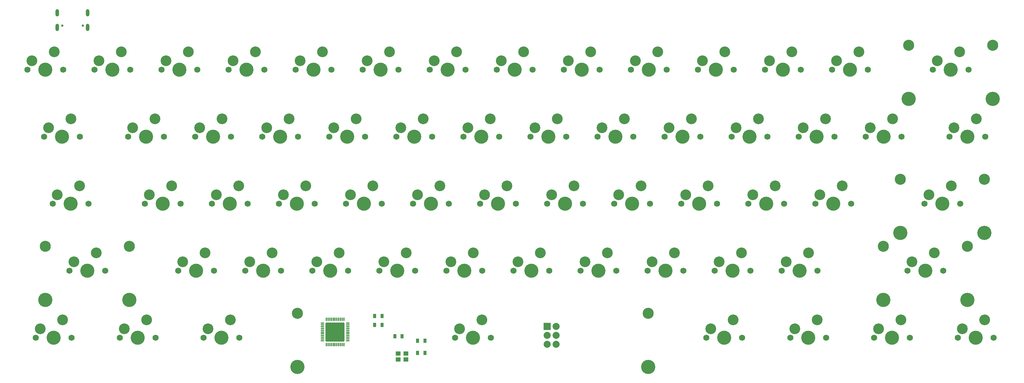
<source format=gbr>
%TF.GenerationSoftware,KiCad,Pcbnew,(6.0.8)*%
%TF.CreationDate,2023-01-01T11:03:00+00:00*%
%TF.ProjectId,USBKB,5553424b-422e-46b6-9963-61645f706362,rev?*%
%TF.SameCoordinates,Original*%
%TF.FileFunction,Soldermask,Bot*%
%TF.FilePolarity,Negative*%
%FSLAX46Y46*%
G04 Gerber Fmt 4.6, Leading zero omitted, Abs format (unit mm)*
G04 Created by KiCad (PCBNEW (6.0.8)) date 2023-01-01 11:03:00*
%MOMM*%
%LPD*%
G01*
G04 APERTURE LIST*
G04 Aperture macros list*
%AMRoundRect*
0 Rectangle with rounded corners*
0 $1 Rounding radius*
0 $2 $3 $4 $5 $6 $7 $8 $9 X,Y pos of 4 corners*
0 Add a 4 corners polygon primitive as box body*
4,1,4,$2,$3,$4,$5,$6,$7,$8,$9,$2,$3,0*
0 Add four circle primitives for the rounded corners*
1,1,$1+$1,$2,$3*
1,1,$1+$1,$4,$5*
1,1,$1+$1,$6,$7*
1,1,$1+$1,$8,$9*
0 Add four rect primitives between the rounded corners*
20,1,$1+$1,$2,$3,$4,$5,0*
20,1,$1+$1,$4,$5,$6,$7,0*
20,1,$1+$1,$6,$7,$8,$9,0*
20,1,$1+$1,$8,$9,$2,$3,0*%
G04 Aperture macros list end*
%ADD10C,3.050000*%
%ADD11C,4.000000*%
%ADD12C,1.750000*%
%ADD13C,3.150000*%
%ADD14C,4.038600*%
%ADD15O,1.000000X2.100000*%
%ADD16C,0.650000*%
%ADD17R,2.000000X2.000000*%
%ADD18C,2.000000*%
%ADD19R,0.900000X1.300000*%
%ADD20O,1.150000X0.300000*%
%ADD21O,0.300000X1.150000*%
%ADD22RoundRect,0.200000X2.500000X2.500000X-2.500000X2.500000X-2.500000X-2.500000X2.500000X-2.500000X0*%
%ADD23R,1.400000X1.200000*%
G04 APERTURE END LIST*
D10*
%TO.C,KSEVEN1*%
X169066180Y-33870000D03*
D11*
X166526180Y-38950000D03*
D10*
X162716180Y-36410000D03*
D12*
X161446180Y-38950000D03*
X171606180Y-38950000D03*
%TD*%
D10*
%TO.C,KBSPACE1*%
X286541005Y-36410000D03*
D13*
X302289005Y-31965000D03*
D12*
X285271005Y-38950000D03*
D11*
X290351005Y-38950000D03*
D14*
X278413005Y-47205000D03*
D12*
X295431005Y-38950000D03*
D10*
X292891005Y-33870000D03*
D14*
X302289005Y-47205000D03*
D13*
X278413005Y-31965000D03*
%TD*%
D12*
%TO.C,KE1*%
X104930003Y-58000000D03*
D10*
X96040003Y-55460000D03*
D12*
X94770003Y-58000000D03*
D10*
X102390003Y-52920000D03*
D11*
X99850003Y-58000000D03*
%TD*%
D12*
%TO.C,KBSLASH1*%
X290032005Y-58000000D03*
D10*
X291302005Y-55460000D03*
X297652005Y-52920000D03*
D12*
X300192005Y-58000000D03*
D11*
X295112005Y-58000000D03*
%TD*%
D10*
%TO.C,KA1*%
X69053005Y-71970000D03*
X62703005Y-74510000D03*
D12*
X61433005Y-77050000D03*
D11*
X66513005Y-77050000D03*
D12*
X71593005Y-77050000D03*
%TD*%
%TO.C,KSPACE1*%
X149539005Y-115150000D03*
D10*
X150809005Y-112610000D03*
D12*
X159699005Y-115150000D03*
D14*
X204466505Y-123405000D03*
D11*
X154619005Y-115150000D03*
D13*
X204466505Y-108165000D03*
D14*
X104771505Y-123405000D03*
D10*
X157159005Y-110070000D03*
D13*
X104771505Y-108165000D03*
%TD*%
D10*
%TO.C,KC1*%
X110328005Y-93560000D03*
D11*
X114138005Y-96100000D03*
D12*
X119218005Y-96100000D03*
X109058005Y-96100000D03*
D10*
X116678005Y-91020000D03*
%TD*%
D12*
%TO.C,KS1*%
X80483005Y-77050000D03*
D11*
X85563005Y-77050000D03*
D10*
X88103005Y-71970000D03*
X81753005Y-74510000D03*
D12*
X90643005Y-77050000D03*
%TD*%
D11*
%TO.C,KF1*%
X123663005Y-77050000D03*
D12*
X118583005Y-77050000D03*
X128743005Y-77050000D03*
D10*
X119853005Y-74510000D03*
X126203005Y-71970000D03*
%TD*%
D12*
%TO.C,KY1*%
X151920000Y-58000000D03*
D11*
X157000000Y-58000000D03*
D10*
X153190000Y-55460000D03*
D12*
X162080000Y-58000000D03*
D10*
X159540000Y-52920000D03*
%TD*%
D11*
%TO.C,KCAPS1*%
X40319005Y-77050000D03*
D10*
X36509005Y-74510000D03*
X42859005Y-71970000D03*
D12*
X45399005Y-77050000D03*
X35239005Y-77050000D03*
%TD*%
D11*
%TO.C,KL1*%
X218913005Y-77050000D03*
D10*
X221453005Y-71970000D03*
X215103005Y-74510000D03*
D12*
X213833005Y-77050000D03*
X223993005Y-77050000D03*
%TD*%
D10*
%TO.C,KB1*%
X154778005Y-91020000D03*
D11*
X152238005Y-96100000D03*
D12*
X157318005Y-96100000D03*
D10*
X148428005Y-93560000D03*
D12*
X147158005Y-96100000D03*
%TD*%
D10*
%TO.C,KEIGHT1*%
X181766205Y-36410000D03*
D12*
X180496205Y-38950000D03*
D11*
X185576205Y-38950000D03*
D10*
X188116205Y-33870000D03*
D12*
X190656205Y-38950000D03*
%TD*%
D10*
%TO.C,KRALT1*%
X222246005Y-112610000D03*
D12*
X220976005Y-115150000D03*
D10*
X228596005Y-110070000D03*
D12*
X231136005Y-115150000D03*
D11*
X226056005Y-115150000D03*
%TD*%
%TO.C,KU1*%
X176049999Y-58000000D03*
D12*
X181129999Y-58000000D03*
D10*
X178589999Y-52920000D03*
D12*
X170969999Y-58000000D03*
D10*
X172239999Y-55460000D03*
%TD*%
D15*
%TO.C,U1*%
X45220002Y-26945000D03*
X36580002Y-26945000D03*
X36580002Y-22765000D03*
X45220002Y-22765000D03*
D16*
X43790002Y-26445000D03*
X38010002Y-26445000D03*
%TD*%
D12*
%TO.C,KJ1*%
X175733005Y-77050000D03*
D10*
X177003005Y-74510000D03*
X183353005Y-71970000D03*
D12*
X185893005Y-77050000D03*
D11*
X180813005Y-77050000D03*
%TD*%
D12*
%TO.C,KSC1*%
X243043005Y-77050000D03*
D11*
X237963005Y-77050000D03*
D10*
X240503005Y-71970000D03*
X234153005Y-74510000D03*
D12*
X232883005Y-77050000D03*
%TD*%
D11*
%TO.C,KRB1*%
X271299994Y-58000000D03*
D12*
X276379994Y-58000000D03*
X266219994Y-58000000D03*
D10*
X267489994Y-55460000D03*
X273839994Y-52920000D03*
%TD*%
%TO.C,KZERO1*%
X226216255Y-33870000D03*
X219866255Y-36410000D03*
D12*
X218596255Y-38950000D03*
D11*
X223676255Y-38950000D03*
D12*
X228756255Y-38950000D03*
%TD*%
D11*
%TO.C,KDASH1*%
X242726280Y-38950000D03*
D10*
X245266280Y-33870000D03*
D12*
X247806280Y-38950000D03*
X237646280Y-38950000D03*
D10*
X238916280Y-36410000D03*
%TD*%
D12*
%TO.C,KLALT1*%
X88262505Y-115150000D03*
D11*
X83182505Y-115150000D03*
D12*
X78102505Y-115150000D03*
D10*
X85722505Y-110070000D03*
X79372505Y-112610000D03*
%TD*%
D12*
%TO.C,KRCTRL1*%
X268601337Y-115150000D03*
D11*
X273681337Y-115150000D03*
D10*
X276221337Y-110070000D03*
D12*
X278761337Y-115150000D03*
D10*
X269871337Y-112610000D03*
%TD*%
%TO.C,KZ1*%
X72228005Y-93560000D03*
D11*
X76038005Y-96100000D03*
D10*
X78578005Y-91020000D03*
D12*
X70958005Y-96100000D03*
X81118005Y-96100000D03*
%TD*%
D10*
%TO.C,KW1*%
X83340004Y-52920000D03*
D12*
X85880004Y-58000000D03*
D11*
X80800004Y-58000000D03*
D12*
X75720004Y-58000000D03*
D10*
X76990004Y-55460000D03*
%TD*%
%TO.C,KLCTRL1*%
X38097005Y-110070000D03*
D12*
X30477005Y-115150000D03*
D10*
X31747005Y-112610000D03*
D12*
X40637005Y-115150000D03*
D11*
X35557005Y-115150000D03*
%TD*%
D13*
%TO.C,KLS1*%
X33144005Y-89115000D03*
D11*
X45082005Y-96100000D03*
D12*
X40002005Y-96100000D03*
D10*
X41272005Y-93560000D03*
D14*
X33144005Y-104355000D03*
X57020005Y-104355000D03*
D12*
X50162005Y-96100000D03*
D10*
X47622005Y-91020000D03*
D13*
X57020005Y-89115000D03*
%TD*%
D12*
%TO.C,KFIVE1*%
X123346130Y-38950000D03*
D10*
X130966130Y-33870000D03*
D11*
X128426130Y-38950000D03*
D10*
X124616130Y-36410000D03*
D12*
X133506130Y-38950000D03*
%TD*%
D10*
%TO.C,KRMETA1*%
X246058671Y-112610000D03*
D12*
X254948671Y-115150000D03*
D10*
X252408671Y-110070000D03*
D11*
X249868671Y-115150000D03*
D12*
X244788671Y-115150000D03*
%TD*%
D10*
%TO.C,KFOUR1*%
X105566105Y-36410000D03*
D12*
X104296105Y-38950000D03*
D11*
X109376105Y-38950000D03*
D12*
X114456105Y-38950000D03*
D10*
X111916105Y-33870000D03*
%TD*%
D12*
%TO.C,KQ1*%
X66830005Y-58000000D03*
D10*
X64290005Y-52920000D03*
D11*
X61750005Y-58000000D03*
D12*
X56670005Y-58000000D03*
D10*
X57940005Y-55460000D03*
%TD*%
D12*
%TO.C,KI1*%
X200179998Y-58000000D03*
D11*
X195099998Y-58000000D03*
D12*
X190019998Y-58000000D03*
D10*
X191289998Y-55460000D03*
X197639998Y-52920000D03*
%TD*%
D11*
%TO.C,KK1*%
X199863005Y-77050000D03*
D10*
X202403005Y-71970000D03*
D12*
X194783005Y-77050000D03*
X204943005Y-77050000D03*
D10*
X196053005Y-74510000D03*
%TD*%
D12*
%TO.C,KLMETA1*%
X64449755Y-115150000D03*
D10*
X61909755Y-110070000D03*
D11*
X59369755Y-115150000D03*
D12*
X54289755Y-115150000D03*
D10*
X55559755Y-112610000D03*
%TD*%
%TO.C,KTWO1*%
X67466055Y-36410000D03*
D12*
X66196055Y-38950000D03*
X76356055Y-38950000D03*
D10*
X73816055Y-33870000D03*
D11*
X71276055Y-38950000D03*
%TD*%
D10*
%TO.C,KEQUALS1*%
X257966305Y-36410000D03*
D11*
X261776305Y-38950000D03*
D10*
X264316305Y-33870000D03*
D12*
X266856305Y-38950000D03*
X256696305Y-38950000D03*
%TD*%
%TO.C,KONE1*%
X47146030Y-38950000D03*
X57306030Y-38950000D03*
D10*
X54766030Y-33870000D03*
X48416030Y-36410000D03*
D11*
X52226030Y-38950000D03*
%TD*%
%TO.C,KNINE1*%
X204626230Y-38950000D03*
D12*
X209706230Y-38950000D03*
D10*
X200816230Y-36410000D03*
X207166230Y-33870000D03*
D12*
X199546230Y-38950000D03*
%TD*%
D10*
%TO.C,KAP1*%
X253203005Y-74510000D03*
X259553005Y-71970000D03*
D12*
X251933005Y-77050000D03*
D11*
X257013005Y-77050000D03*
D12*
X262093005Y-77050000D03*
%TD*%
D10*
%TO.C,KFN1*%
X300034003Y-110070000D03*
D12*
X292414003Y-115150000D03*
D11*
X297494003Y-115150000D03*
D10*
X293684003Y-112610000D03*
D12*
X302574003Y-115150000D03*
%TD*%
%TO.C,KH1*%
X166843005Y-77050000D03*
D10*
X157953005Y-74510000D03*
D11*
X161763005Y-77050000D03*
D10*
X164303005Y-71970000D03*
D12*
X156683005Y-77050000D03*
%TD*%
%TO.C,KFSLASH1*%
X242408005Y-96100000D03*
D10*
X250028005Y-91020000D03*
D12*
X252568005Y-96100000D03*
D10*
X243678005Y-93560000D03*
D11*
X247488005Y-96100000D03*
%TD*%
%TO.C,KRS1*%
X283207005Y-96100000D03*
D13*
X271269005Y-89115000D03*
D14*
X295145005Y-104355000D03*
D12*
X278127005Y-96100000D03*
X288287005Y-96100000D03*
D13*
X295145005Y-89115000D03*
D10*
X279397005Y-93560000D03*
X285747005Y-91020000D03*
D14*
X271269005Y-104355000D03*
%TD*%
D12*
%TO.C,KO1*%
X209069997Y-58000000D03*
D11*
X214149997Y-58000000D03*
D10*
X216689997Y-52920000D03*
D12*
X219229997Y-58000000D03*
D10*
X210339997Y-55460000D03*
%TD*%
D12*
%TO.C,KESC1*%
X28096005Y-38950000D03*
X38256005Y-38950000D03*
D11*
X33176005Y-38950000D03*
D10*
X35716005Y-33870000D03*
X29366005Y-36410000D03*
%TD*%
D17*
%TO.C,U2*%
X175730000Y-111960000D03*
D18*
X178270000Y-111960000D03*
X175730000Y-114500000D03*
X178270000Y-114500000D03*
X175730000Y-117040000D03*
X178270000Y-117040000D03*
%TD*%
D11*
%TO.C,KTAB1*%
X37938005Y-58000000D03*
D12*
X32858005Y-58000000D03*
X43018005Y-58000000D03*
D10*
X34128005Y-55460000D03*
X40478005Y-52920000D03*
%TD*%
D12*
%TO.C,KN1*%
X166208005Y-96100000D03*
D10*
X167478005Y-93560000D03*
D11*
X171288005Y-96100000D03*
D12*
X176368005Y-96100000D03*
D10*
X173828005Y-91020000D03*
%TD*%
%TO.C,KCOMMA1*%
X211928005Y-91020000D03*
D12*
X204308005Y-96100000D03*
D11*
X209388005Y-96100000D03*
D10*
X205578005Y-93560000D03*
D12*
X214468005Y-96100000D03*
%TD*%
%TO.C,KR1*%
X113820002Y-58000000D03*
X123980002Y-58000000D03*
D10*
X115090002Y-55460000D03*
D11*
X118900002Y-58000000D03*
D10*
X121440002Y-52920000D03*
%TD*%
%TO.C,KPERIOD1*%
X224628005Y-93560000D03*
D11*
X228438005Y-96100000D03*
D12*
X223358005Y-96100000D03*
X233518005Y-96100000D03*
D10*
X230978005Y-91020000D03*
%TD*%
D12*
%TO.C,KG1*%
X137633005Y-77050000D03*
D11*
X142713005Y-77050000D03*
D10*
X138903005Y-74510000D03*
D12*
X147793005Y-77050000D03*
D10*
X145253005Y-71970000D03*
%TD*%
D12*
%TO.C,KP1*%
X238279996Y-58000000D03*
D10*
X229389996Y-55460000D03*
X235739996Y-52920000D03*
D11*
X233199996Y-58000000D03*
D12*
X228119996Y-58000000D03*
%TD*%
D10*
%TO.C,KM1*%
X186528005Y-93560000D03*
D11*
X190338005Y-96100000D03*
D12*
X185258005Y-96100000D03*
D10*
X192878005Y-91020000D03*
D12*
X195418005Y-96100000D03*
%TD*%
D11*
%TO.C,KSIX1*%
X147476155Y-38950000D03*
D10*
X150016155Y-33870000D03*
X143666155Y-36410000D03*
D12*
X142396155Y-38950000D03*
X152556155Y-38950000D03*
%TD*%
D10*
%TO.C,KRETURN1*%
X290509005Y-71970000D03*
D14*
X299907005Y-85305000D03*
D12*
X282889005Y-77050000D03*
D11*
X287969005Y-77050000D03*
D13*
X299907005Y-70065000D03*
D12*
X293049005Y-77050000D03*
D14*
X276031005Y-85305000D03*
D13*
X276031005Y-70065000D03*
D10*
X284159005Y-74510000D03*
%TD*%
D12*
%TO.C,KTHREE1*%
X85246080Y-38950000D03*
D11*
X90326080Y-38950000D03*
D12*
X95406080Y-38950000D03*
D10*
X86516080Y-36410000D03*
X92866080Y-33870000D03*
%TD*%
D11*
%TO.C,KX1*%
X95088005Y-96100000D03*
D10*
X91278005Y-93560000D03*
D12*
X100168005Y-96100000D03*
X90008005Y-96100000D03*
D10*
X97628005Y-91020000D03*
%TD*%
D11*
%TO.C,KT1*%
X137950001Y-58000000D03*
D10*
X140490001Y-52920000D03*
D12*
X143030001Y-58000000D03*
D10*
X134140001Y-55460000D03*
D12*
X132870001Y-58000000D03*
%TD*%
%TO.C,KLB1*%
X257329995Y-58000000D03*
D10*
X248439995Y-55460000D03*
D11*
X252249995Y-58000000D03*
D12*
X247169995Y-58000000D03*
D10*
X254789995Y-52920000D03*
%TD*%
D11*
%TO.C,KV1*%
X133188005Y-96100000D03*
D12*
X138268005Y-96100000D03*
D10*
X129378005Y-93560000D03*
D12*
X128108005Y-96100000D03*
D10*
X135728005Y-91020000D03*
%TD*%
%TO.C,KD1*%
X107153005Y-71970000D03*
D11*
X104613005Y-77050000D03*
D10*
X100803005Y-74510000D03*
D12*
X109693005Y-77050000D03*
X99533005Y-77050000D03*
%TD*%
D19*
%TO.C,R2*%
X126700000Y-109000000D03*
X128800000Y-109000000D03*
%TD*%
%TO.C,C2*%
X141050000Y-119500000D03*
X138950000Y-119500000D03*
%TD*%
%TO.C,C3*%
X141050000Y-116000000D03*
X138950000Y-116000000D03*
%TD*%
%TO.C,C1*%
X134550000Y-114750000D03*
X132450000Y-114750000D03*
%TD*%
D20*
%TO.C,U3*%
X119125000Y-111000000D03*
X119125000Y-111500000D03*
X119125000Y-112000000D03*
X119125000Y-112500000D03*
X119125000Y-113000000D03*
X119125000Y-113500000D03*
X119125000Y-114000000D03*
X119125000Y-114500000D03*
X119125000Y-115000000D03*
X119125000Y-115500000D03*
X119125000Y-116000000D03*
D21*
X118000000Y-117125000D03*
X117500000Y-117125000D03*
X117000000Y-117125000D03*
X116500000Y-117125000D03*
X116000000Y-117125000D03*
X115500000Y-117125000D03*
X115000000Y-117125000D03*
X114500000Y-117125000D03*
X114000000Y-117125000D03*
X113500000Y-117125000D03*
X113000000Y-117125000D03*
D20*
X111875000Y-116000000D03*
X111875000Y-115500000D03*
X111875000Y-115000000D03*
X111875000Y-114500000D03*
X111875000Y-114000000D03*
X111875000Y-113500000D03*
X111875000Y-113000000D03*
X111875000Y-112500000D03*
X111875000Y-112000000D03*
X111875000Y-111500000D03*
X111875000Y-111000000D03*
D21*
X113000000Y-109875000D03*
X113500000Y-109875000D03*
X114000000Y-109875000D03*
X114500000Y-109875000D03*
X115000000Y-109875000D03*
X115500000Y-109875000D03*
X116000000Y-109875000D03*
X116500000Y-109875000D03*
X117000000Y-109875000D03*
X117500000Y-109875000D03*
X118000000Y-109875000D03*
D22*
X115500000Y-113500000D03*
%TD*%
D19*
%TO.C,R1*%
X126700000Y-111500000D03*
X128800000Y-111500000D03*
%TD*%
D23*
%TO.C,Y1*%
X135600000Y-121350000D03*
X133400000Y-121350000D03*
X133400000Y-119650000D03*
X135600000Y-119650000D03*
%TD*%
M02*

</source>
